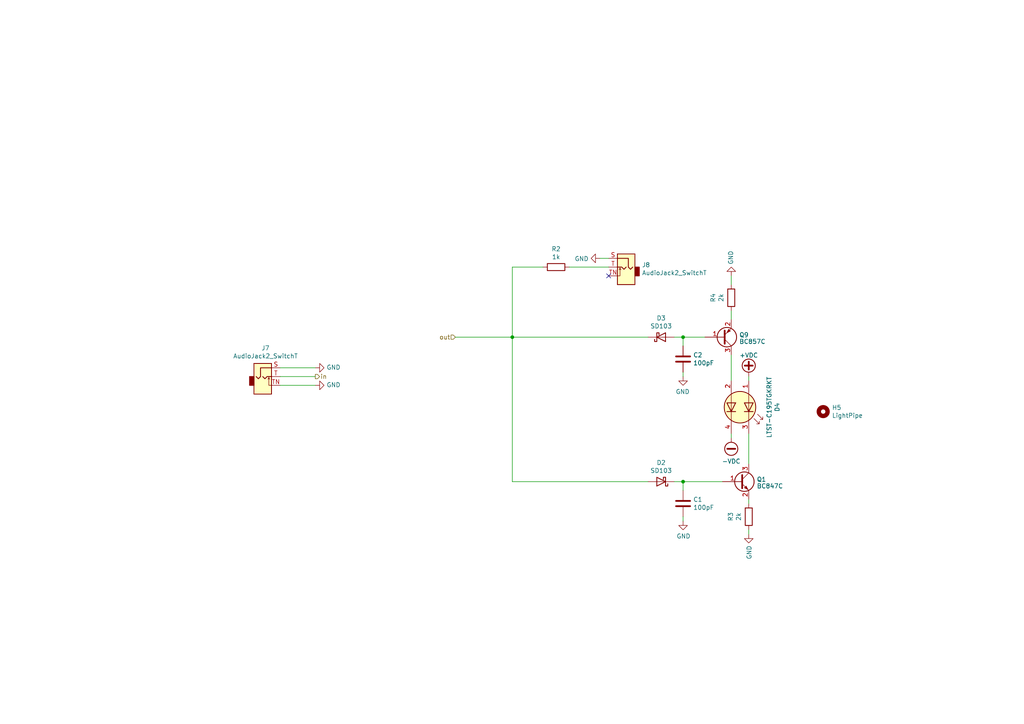
<source format=kicad_sch>
(kicad_sch (version 20230121) (generator eeschema)
  (paper "A4")
  (title_block (title "M2IDI_IO") (date "2023-04-19") (rev "1.1") (company "GuavTek"))
  (lib_symbols
    (symbol "Connector:AudioJack2_SwitchT"
      (property "Reference" "J" (at 0 8.89 0))
      (property "Value" "Connector_AudioJack2_SwitchT" (at 0 6.35 0))
      (symbol "AudioJack2_SwitchT_0_1"
        (rectangle (start -2.54 0) (end -3.81 -2.54) (stroke (width 0.254)) (fill (type outline)))
        (polyline (pts (xy 1.778 -0.254) (xy 2.032 -0.762)))
        (polyline (pts (xy 0 0) (xy 0.635 -0.635) (xy 1.27 0) (xy 2.54 0)) (stroke (width 0.254)))
        (polyline (pts (xy 2.54 -2.54) (xy 1.778 -2.54) (xy 1.778 -0.254) (xy 1.524 -0.762)))
        (polyline (pts (xy 2.54 2.54) (xy -0.635 2.54) (xy -0.635 0) (xy -1.27 -0.635) (xy -1.905 0)) (stroke (width 0.254)))
        (rectangle (start 2.54 3.81) (end -2.54 -5.08) (stroke (width 0.254)) (fill (type background)))
      )
      (symbol "AudioJack2_SwitchT_1_1"
        (pin passive line (at 5.08 2.54 180) (length 2.54) (name "~") (number "S"))
        (pin passive line (at 5.08 0 180) (length 2.54) (name "~") (number "T"))
        (pin passive line (at 5.08 -2.54 180) (length 2.54) (name "~") (number "TN"))
      )
    )
    (symbol "Connector_Audio:AudioJack2_SwitchT"
      (property "Reference" "J" (at 0 8.89 0))
      (property "Value" "AudioJack2_SwitchT" (at 0 6.35 0))
      (symbol "AudioJack2_SwitchT_0_1"
        (rectangle (start -2.54 0) (end -3.81 -2.54) (stroke (width 0.254)) (fill (type outline)))
        (polyline (pts (xy 1.778 -0.254) (xy 2.032 -0.762)))
        (polyline (pts (xy 0 0) (xy 0.635 -0.635) (xy 1.27 0) (xy 2.54 0)) (stroke (width 0.254)))
        (polyline (pts (xy 2.54 -2.54) (xy 1.778 -2.54) (xy 1.778 -0.254) (xy 1.524 -0.762)))
        (polyline (pts (xy 2.54 2.54) (xy -0.635 2.54) (xy -0.635 0) (xy -1.27 -0.635) (xy -1.905 0)) (stroke (width 0.254)))
        (rectangle (start 2.54 3.81) (end -2.54 -5.08) (stroke (width 0.254)) (fill (type background)))
      )
      (symbol "AudioJack2_SwitchT_1_1"
        (pin passive line (at 5.08 2.54 180) (length 2.54) (name "~") (number "S"))
        (pin passive line (at 5.08 0 180) (length 2.54) (name "~") (number "T"))
        (pin passive line (at 5.08 -2.54 180) (length 2.54) (name "~") (number "TN"))
      )
    )
    (symbol "Device:C" (pin_numbers hide) (pin_names (offset 0.254))
      (property "Reference" "C" (at 0.635 2.54 0))
      (property "Value" "C" (at 0.635 -2.54 0))
      (symbol "C_0_1"
        (polyline (pts (xy -2.032 -0.762) (xy 2.032 -0.762)) (stroke (width 0.508)))
        (polyline (pts (xy -2.032 0.762) (xy 2.032 0.762)) (stroke (width 0.508)))
      )
      (symbol "C_1_1"
        (pin passive line (at 0 3.81 270) (length 2.794) (name "~") (number "1"))
        (pin passive line (at 0 -3.81 90) (length 2.794) (name "~") (number "2"))
      )
    )
    (symbol "Device:D_Schottky" (pin_numbers hide) (pin_names (offset 1.016) hide)
      (property "Reference" "D" (at 0 2.54 0))
      (property "Value" "D_Schottky" (at 0 -2.54 0))
      (symbol "D_Schottky_0_1"
        (polyline (pts (xy 1.27 0) (xy -1.27 0)))
        (polyline (pts (xy 1.27 1.27) (xy 1.27 -1.27) (xy -1.27 0) (xy 1.27 1.27)) (stroke (width 0.254)))
        (polyline (pts (xy -1.905 0.635) (xy -1.905 1.27) (xy -1.27 1.27) (xy -1.27 -1.27) (xy -0.635 -1.27) (xy -0.635 -0.635)) (stroke (width 0.254)))
      )
      (symbol "D_Schottky_1_1"
        (pin passive line (at -3.81 0 0) (length 2.54) (name "K") (number "1"))
        (pin passive line (at 3.81 0 180) (length 2.54) (name "A") (number "2"))
      )
    )
    (symbol "Device:LED_Dual_AAKK" (pin_names (offset 0) hide)
      (property "Reference" "D" (at 0 5.715 0))
      (property "Value" "LED_Dual_AAKK" (at 0 -6.35 0))
      (symbol "LED_Dual_AAKK_0_1"
        (polyline (pts (xy -5.08 -2.54) (xy 2.032 -2.54)))
        (polyline (pts (xy -5.08 2.54) (xy 2.032 2.54)))
        (polyline (pts (xy 1.27 -1.27) (xy 1.27 -3.81)) (stroke (width 0.254)))
        (polyline (pts (xy 1.27 3.81) (xy 1.27 1.27)) (stroke (width 0.254)))
        (polyline (pts (xy 3.81 -2.54) (xy 1.905 -2.54)))
        (polyline (pts (xy 3.81 2.54) (xy 1.905 2.54)))
        (polyline (pts (xy -1.27 -1.27) (xy -1.27 -3.81) (xy 1.27 -2.54) (xy -1.27 -1.27)) (stroke (width 0.254)))
        (polyline (pts (xy -1.27 3.81) (xy -1.27 1.27) (xy 1.27 2.54) (xy -1.27 3.81)) (stroke (width 0.254)))
        (polyline (pts (xy 2.032 5.08) (xy 3.556 6.604) (xy 2.794 6.604) (xy 3.556 6.604) (xy 3.556 5.842)))
        (polyline (pts (xy 3.302 4.064) (xy 4.826 5.588) (xy 4.064 5.588) (xy 4.826 5.588) (xy 4.826 4.826)))
        (circle (center 0 0) (radius 4.572) (stroke (width 0.254)) (fill (type background)))
      )
      (symbol "LED_Dual_AAKK_1_1"
        (pin input line (at -7.62 2.54 0) (length 3.048) (name "A1") (number "1"))
        (pin input line (at -7.62 -2.54 0) (length 3.048) (name "A2") (number "2"))
        (pin input line (at 7.62 2.54 180) (length 3.81) (name "K1") (number "3"))
        (pin input line (at 7.62 -2.54 180) (length 3.81) (name "K2") (number "4"))
      )
    )
    (symbol "Device:R" (pin_numbers hide) (pin_names (offset 0))
      (property "Reference" "R" (at 2.032 0 90))
      (property "Value" "R" (at 0 0 90))
      (symbol "R_0_1"
        (rectangle (start -1.016 -2.54) (end 1.016 2.54) (stroke (width 0.254)))
      )
      (symbol "R_1_1"
        (pin passive line (at 0 3.81 270) (length 1.27) (name "~") (number "1"))
        (pin passive line (at 0 -3.81 90) (length 1.27) (name "~") (number "2"))
      )
    )
    (symbol "Mechanical:MountingHole" (pin_names (offset 1.016))
      (property "Reference" "H" (at 0 5.08 0))
      (property "Value" "MountingHole" (at 0 3.175 0))
      (symbol "MountingHole_0_1"
        (circle (center 0 0) (radius 1.27) (stroke (width 1.27)))
      )
    )
    (symbol "Transistor_BJT:BC847" (pin_names (offset 0) hide)
      (property "Reference" "Q" (at 5.08 1.905 0))
      (property "Value" "BC847" (at 5.08 0 0))
      (symbol "BC847_0_1"
        (polyline (pts (xy 0.635 0.635) (xy 2.54 2.54)))
        (polyline (pts (xy 0.635 -0.635) (xy 2.54 -2.54) (xy 2.54 -2.54)))
        (polyline (pts (xy 0.635 1.905) (xy 0.635 -1.905) (xy 0.635 -1.905)) (stroke (width 0.508)))
        (polyline (pts (xy 1.27 -1.778) (xy 1.778 -1.27) (xy 2.286 -2.286) (xy 1.27 -1.778) (xy 1.27 -1.778)) (fill (type outline)))
        (circle (center 1.27 0) (radius 2.8194) (stroke (width 0.254)))
      )
      (symbol "BC847_1_1"
        (pin input line (at -5.08 0 0) (length 5.715) (name "B") (number "1"))
        (pin passive line (at 2.54 -5.08 90) (length 2.54) (name "E") (number "2"))
        (pin passive line (at 2.54 5.08 270) (length 2.54) (name "C") (number "3"))
      )
    )
    (symbol "Transistor_BJT:BC857" (pin_names (offset 0) hide)
      (property "Reference" "Q" (at 5.08 1.905 0))
      (property "Value" "BC857" (at 5.08 0 0))
      (symbol "BC857_0_1"
        (polyline (pts (xy 0.635 0.635) (xy 2.54 2.54)))
        (polyline (pts (xy 0.635 -0.635) (xy 2.54 -2.54) (xy 2.54 -2.54)))
        (polyline (pts (xy 0.635 1.905) (xy 0.635 -1.905) (xy 0.635 -1.905)) (stroke (width 0.508)))
        (polyline (pts (xy 2.286 -1.778) (xy 1.778 -2.286) (xy 1.27 -1.27) (xy 2.286 -1.778) (xy 2.286 -1.778)) (fill (type outline)))
        (circle (center 1.27 0) (radius 2.8194) (stroke (width 0.254)))
      )
      (symbol "BC857_1_1"
        (pin input line (at -5.08 0 0) (length 5.715) (name "B") (number "1"))
        (pin passive line (at 2.54 -5.08 90) (length 2.54) (name "E") (number "2"))
        (pin passive line (at 2.54 5.08 270) (length 2.54) (name "C") (number "3"))
      )
    )
    (symbol "power:+VDC" (power) (pin_names (offset 0))
      (property "Value" "+VDC" (at 0 6.35 0))
      (symbol "+VDC_0_1"
        (polyline (pts (xy -1.143 3.175) (xy 1.143 3.175)) (stroke (width 0.508)))
        (polyline (pts (xy 0 0) (xy 0 1.27)))
        (polyline (pts (xy 0 2.032) (xy 0 4.318)) (stroke (width 0.508)))
        (circle (center 0 3.175) (radius 1.905) (stroke (width 0.254)))
      )
      (symbol "+VDC_1_1"
        (pin power_in line (at 0 0 90) (length 0) hide (name "+VDC") (number "1"))
      )
    )
    (symbol "power:-VDC" (power) (pin_names (offset 0))
      (property "Value" "-VDC" (at 0 6.35 0))
      (symbol "-VDC_0_1"
        (polyline (pts (xy -1.143 3.175) (xy 1.143 3.175)) (stroke (width 0.508)))
        (polyline (pts (xy 0 0) (xy 0 1.27)))
        (circle (center 0 3.175) (radius 1.905) (stroke (width 0.254)))
      )
      (symbol "-VDC_1_1"
        (pin power_in line (at 0 0 90) (length 0) hide (name "-VDC") (number "1"))
      )
    )
    (symbol "power:GND" (power) (pin_names (offset 0))
      (property "Value" "GND" (at 0 -3.81 0))
      (symbol "GND_0_1"
        (polyline (pts (xy 0 0) (xy 0 -1.27) (xy 1.27 -1.27) (xy 0 -2.54) (xy -1.27 -1.27) (xy 0 -1.27)))
      )
      (symbol "GND_1_1"
        (pin power_in line (at 0 0 270) (length 0) hide (name "GND") (number "1"))
      )
    )
  )
  (junction (at 198.12 97.79))
  (junction (at 198.12 139.7))
  (junction (at 148.59 97.79))
  (no_connect (at 176.53 80.01))
  (wire (pts (xy 217.17 144.78) (xy 217.17 146.05)))
  (wire (pts (xy 198.12 139.7) (xy 195.58 139.7)))
  (wire (pts (xy 198.12 100.33) (xy 198.12 97.79)))
  (wire (pts (xy 212.09 90.17) (xy 212.09 92.71)))
  (wire (pts (xy 212.09 102.87) (xy 212.09 110.49)))
  (wire (pts (xy 165.1 77.47) (xy 176.53 77.47)))
  (wire (pts (xy 198.12 149.86) (xy 198.12 151.13)))
  (wire (pts (xy 198.12 97.79) (xy 204.47 97.79)))
  (wire (pts (xy 148.59 97.79) (xy 187.96 97.79)))
  (wire (pts (xy 157.48 77.47) (xy 148.59 77.47)))
  (wire (pts (xy 173.99 74.93) (xy 176.53 74.93)))
  (wire (pts (xy 148.59 97.79) (xy 132.08 97.79)))
  (wire (pts (xy 198.12 139.7) (xy 209.55 139.7)))
  (wire (pts (xy 91.44 106.68) (xy 81.28 106.68)))
  (wire (pts (xy 198.12 97.79) (xy 195.58 97.79)))
  (wire (pts (xy 81.28 109.22) (xy 91.44 109.22)))
  (wire (pts (xy 217.17 125.73) (xy 217.17 134.62)))
  (wire (pts (xy 217.17 154.94) (xy 217.17 153.67)))
  (wire (pts (xy 217.17 109.22) (xy 217.17 110.49)))
  (wire (pts (xy 148.59 139.7) (xy 187.96 139.7)))
  (wire (pts (xy 148.59 139.7) (xy 148.59 97.79)))
  (wire (pts (xy 212.09 82.55) (xy 212.09 80.01)))
  (wire (pts (xy 212.09 125.73) (xy 212.09 127)))
  (wire (pts (xy 148.59 77.47) (xy 148.59 97.79)))
  (wire (pts (xy 91.44 111.76) (xy 81.28 111.76)))
  (wire (pts (xy 198.12 142.24) (xy 198.12 139.7)))
  (wire (pts (xy 198.12 109.22) (xy 198.12 107.95)))
  (hierarchical_label "out" (shape input) (at 132.08 97.79 180))
  (hierarchical_label "in" (shape output) (at 91.44 109.22 0))
  (symbol (lib_id "Device:LED_Dual_AAKK") (at 214.63 118.11 270) (unit 1)
    (property "Reference" "D4" (at 225.425 118.11 0))
    (property "Value" "LTST-C195TGKRKT" (at 223.1136 118.11 0))
    (property "Footprint" "Custom_FP:LED_LiteOn_LTST-C195TGKRKT" (effects hide))
    (instances (project "MIDI_Tangle_IO" (path "" (reference "D4") (unit 1)) (path "" (reference "D10") (unit 1)) (path "" (reference "D16") (unit 1)) (path "" (reference "D22") (unit 1)) (path "" (reference "D?") (unit 1)) (path "" (reference "D13") (unit 1)) (path "" (reference "D25") (unit 1)) (path "" (reference "D19") (unit 1)) (path "" (reference "D7") (unit 1))))
  )
  (symbol (lib_id "Device:R") (at 217.17 149.86 0) (unit 1)
    (property "Reference" "R3" (at 211.9122 149.86 90))
    (property "Value" "2k" (at 214.2236 149.86 90))
    (property "Footprint" "Resistor_SMD:R_0603_1608Metric" (effects hide))
    (instances (project "MIDI_Tangle_IO" (path "" (reference "R3") (unit 1)) (path "" (reference "R9") (unit 1)) (path "" (reference "R15") (unit 1)) (path "" (reference "R21") (unit 1)) (path "" (reference "R?") (unit 1)) (path "" (reference "R12") (unit 1)) (path "" (reference "R24") (unit 1)) (path "" (reference "R18") (unit 1)) (path "" (reference "R6") (unit 1))))
  )
  (symbol (lib_id "Device:R") (at 212.09 86.36 0) (mirror x) (unit 1)
    (property "Reference" "R4" (at 206.8322 86.36 90))
    (property "Value" "2k" (at 209.1436 86.36 90))
    (property "Footprint" "Resistor_SMD:R_0603_1608Metric" (effects hide))
    (instances (project "MIDI_Tangle_IO" (path "" (reference "R4") (unit 1)) (path "" (reference "R10") (unit 1)) (path "" (reference "R16") (unit 1)) (path "" (reference "R22") (unit 1)) (path "" (reference "R?") (unit 1)) (path "" (reference "R13") (unit 1)) (path "" (reference "R25") (unit 1)) (path "" (reference "R19") (unit 1)) (path "" (reference "R7") (unit 1))))
  )
  (symbol (lib_id "Device:C") (at 198.12 104.14 0) (mirror y) (unit 1)
    (property "Reference" "C2" (at 201.041 102.9716 0) (effects (justify right)))
    (property "Value" "100pF" (at 201.041 105.283 0) (effects (justify right)))
    (property "Footprint" "Capacitor_SMD:C_0603_1608Metric" (effects hide))
    (instances (project "MIDI_Tangle_IO" (path "" (reference "C2") (unit 1)) (path "" (reference "C6") (unit 1)) (path "" (reference "C10") (unit 1)) (path "" (reference "C14") (unit 1)) (path "" (reference "C?") (unit 1)) (path "" (reference "C8") (unit 1)) (path "" (reference "C16") (unit 1)) (path "" (reference "C12") (unit 1)) (path "" (reference "C4") (unit 1))))
  )
  (symbol (lib_id "Device:C") (at 198.12 146.05 0) (unit 1)
    (property "Reference" "C1" (at 201.041 144.8816 0) (effects (justify left)))
    (property "Value" "100pF" (at 201.041 147.193 0) (effects (justify left)))
    (property "Footprint" "Capacitor_SMD:C_0603_1608Metric" (effects hide))
    (instances (project "MIDI_Tangle_IO" (path "" (reference "C1") (unit 1)) (path "" (reference "C5") (unit 1)) (path "" (reference "C9") (unit 1)) (path "" (reference "C13") (unit 1)) (path "" (reference "C?") (unit 1)) (path "" (reference "C7") (unit 1)) (path "" (reference "C15") (unit 1)) (path "" (reference "C11") (unit 1)) (path "" (reference "C3") (unit 1))))
  )
  (symbol (lib_id "Device:D_Schottky") (at 191.77 139.7 180) (unit 1)
    (property "Reference" "D2" (at 191.77 134.1882 0))
    (property "Value" "SD103" (at 191.77 136.4996 0))
    (property "Footprint" "Diode_SMD:D_SOD-323_HandSoldering" (effects hide))
    (instances (project "MIDI_Tangle_IO" (path "" (reference "D2") (unit 1)) (path "" (reference "D8") (unit 1)) (path "" (reference "D14") (unit 1)) (path "" (reference "D20") (unit 1)) (path "" (reference "D?") (unit 1)) (path "" (reference "D11") (unit 1)) (path "" (reference "D23") (unit 1)) (path "" (reference "D17") (unit 1)) (path "" (reference "D5") (unit 1))))
  )
  (symbol (lib_id "Device:D_Schottky") (at 191.77 97.79 0) (mirror x) (unit 1)
    (property "Reference" "D3" (at 191.77 92.2782 0))
    (property "Value" "SD103" (at 191.77 94.5896 0))
    (property "Footprint" "Diode_SMD:D_SOD-323_HandSoldering" (effects hide))
    (instances (project "MIDI_Tangle_IO" (path "" (reference "D3") (unit 1)) (path "" (reference "D9") (unit 1)) (path "" (reference "D15") (unit 1)) (path "" (reference "D21") (unit 1)) (path "" (reference "D?") (unit 1)) (path "" (reference "D12") (unit 1)) (path "" (reference "D24") (unit 1)) (path "" (reference "D18") (unit 1)) (path "" (reference "D6") (unit 1))))
  )
  (symbol (lib_id "power:GND") (at 198.12 109.22 0) (mirror y) (unit 1)
    (property "Reference" "#PWR04" (effects hide))
    (property "Value" "GND" (at 197.993 113.6142 0))
    (instances (project "MIDI_Tangle_IO" (path "" (reference "#PWR04") (unit 1)) (path "" (reference "#PWR018") (unit 1)) (path "" (reference "#PWR032") (unit 1)) (path "" (reference "#PWR046") (unit 1)) (path "" (reference "#PWR?") (unit 1)) (path "" (reference "#PWR025") (unit 1)) (path "" (reference "#PWR053") (unit 1)) (path "" (reference "#PWR039") (unit 1)) (path "" (reference "#PWR011") (unit 1))))
  )
  (symbol (lib_id "power:GND") (at 198.12 151.13 0) (unit 1)
    (property "Reference" "#PWR03" (effects hide))
    (property "Value" "GND" (at 198.247 155.5242 0))
    (instances (project "MIDI_Tangle_IO" (path "" (reference "#PWR03") (unit 1)) (path "" (reference "#PWR017") (unit 1)) (path "" (reference "#PWR031") (unit 1)) (path "" (reference "#PWR045") (unit 1)) (path "" (reference "#PWR?") (unit 1)) (path "" (reference "#PWR024") (unit 1)) (path "" (reference "#PWR052") (unit 1)) (path "" (reference "#PWR038") (unit 1)) (path "" (reference "#PWR010") (unit 1))))
  )
  (symbol (lib_id "power:GND") (at 212.09 80.01 180) (unit 1)
    (property "Reference" "#PWR06" (effects hide))
    (property "Value" "GND" (at 211.963 76.7588 90) (effects (justify right)))
    (instances (project "MIDI_Tangle_IO" (path "" (reference "#PWR06") (unit 1)) (path "" (reference "#PWR020") (unit 1)) (path "" (reference "#PWR034") (unit 1)) (path "" (reference "#PWR048") (unit 1)) (path "" (reference "#PWR?") (unit 1)) (path "" (reference "#PWR027") (unit 1)) (path "" (reference "#PWR055") (unit 1)) (path "" (reference "#PWR041") (unit 1)) (path "" (reference "#PWR013") (unit 1))))
  )
  (symbol (lib_id "power:GND") (at 217.17 154.94 0) (unit 1)
    (property "Reference" "#PWR07" (effects hide))
    (property "Value" "GND" (at 217.297 158.1912 90) (effects (justify right)))
    (instances (project "MIDI_Tangle_IO" (path "" (reference "#PWR07") (unit 1)) (path "" (reference "#PWR021") (unit 1)) (path "" (reference "#PWR035") (unit 1)) (path "" (reference "#PWR049") (unit 1)) (path "" (reference "#PWR?") (unit 1)) (path "" (reference "#PWR028") (unit 1)) (path "" (reference "#PWR056") (unit 1)) (path "" (reference "#PWR042") (unit 1)) (path "" (reference "#PWR014") (unit 1))))
  )
  (symbol (lib_id "Connector:AudioJack2_SwitchT") (at 76.2 109.22 0) (unit 1)
    (property "Reference" "J7" (at 77.0128 100.965 0))
    (property "Value" "AudioJack2_SwitchT" (at 77.0128 103.2764 0))
    (property "Footprint" "Custom_FP:PJ398SM" (effects hide))
    (instances (project "MIDI_Tangle_IO" (path "" (reference "J7") (unit 1)) (path "" (reference "J11") (unit 1)) (path "" (reference "J15") (unit 1)) (path "" (reference "J19") (unit 1)) (path "" (reference "J9") (unit 1)) (path "" (reference "J17") (unit 1)) (path "" (reference "J13") (unit 1)) (path "" (reference "J5") (unit 1)) (path "" (reference "J19") (unit 1))))
  )
  (symbol (lib_id "power:GND") (at 91.44 106.68 90) (unit 1)
    (property "Reference" "#PWR08" (effects hide))
    (property "Value" "GND" (at 94.6912 106.553 90) (effects (justify right)))
    (instances (project "MIDI_Tangle_IO" (path "" (reference "#PWR08") (unit 1)) (path "" (reference "#PWR022") (unit 1)) (path "" (reference "#PWR036") (unit 1)) (path "" (reference "#PWR050") (unit 1)) (path "" (reference "#PWR015") (unit 1)) (path "" (reference "#PWR043") (unit 1)) (path "" (reference "#PWR029") (unit 1)) (path "" (reference "#PWR01") (unit 1))))
  )
  (symbol (lib_id "power:GND") (at 91.44 111.76 90) (unit 1)
    (property "Reference" "#PWR09" (effects hide))
    (property "Value" "GND" (at 94.6912 111.633 90) (effects (justify right)))
    (instances (project "MIDI_Tangle_IO" (path "" (reference "#PWR09") (unit 1)) (path "" (reference "#PWR023") (unit 1)) (path "" (reference "#PWR037") (unit 1)) (path "" (reference "#PWR051") (unit 1)) (path "" (reference "#PWR016") (unit 1)) (path "" (reference "#PWR044") (unit 1)) (path "" (reference "#PWR030") (unit 1)) (path "" (reference "#PWR02") (unit 1))))
  )
  (symbol (lib_id "Connector_Audio:AudioJack2_SwitchT") (at 181.61 77.47 0) (mirror y) (unit 1)
    (property "Reference" "J8" (at 186.182 76.835 0) (effects (justify right)))
    (property "Value" "AudioJack2_SwitchT" (at 186.182 79.1464 0) (effects (justify right)))
    (property "Footprint" "Custom_FP:PJ398SM" (effects hide))
    (instances (project "MIDI_Tangle_IO" (path "" (reference "J8") (unit 1)) (path "" (reference "J12") (unit 1)) (path "" (reference "J16") (unit 1)) (path "" (reference "J20") (unit 1)) (path "" (reference "J10") (unit 1)) (path "" (reference "J18") (unit 1)) (path "" (reference "J14") (unit 1)) (path "" (reference "J6") (unit 1)) (path "" (reference "J20") (unit 1))))
  )
  (symbol (lib_id "Device:R") (at 161.29 77.47 90) (mirror x) (unit 1)
    (property "Reference" "R2" (at 161.29 72.2122 90))
    (property "Value" "1k" (at 161.29 74.5236 90))
    (property "Footprint" "Resistor_SMD:R_0603_1608Metric" (effects hide))
    (instances (project "MIDI_Tangle_IO" (path "" (reference "R2") (unit 1)) (path "" (reference "R8") (unit 1)) (path "" (reference "R14") (unit 1)) (path "" (reference "R20") (unit 1)) (path "" (reference "R?") (unit 1)) (path "" (reference "R11") (unit 1)) (path "" (reference "R23") (unit 1)) (path "" (reference "R17") (unit 1)) (path "" (reference "R5") (unit 1))))
  )
  (symbol (lib_id "power:GND") (at 173.99 74.93 270) (unit 1)
    (property "Reference" "#PWR012" (effects hide))
    (property "Value" "GND" (at 170.7388 75.057 90) (effects (justify right)))
    (instances (project "MIDI_Tangle_IO" (path "" (reference "#PWR012") (unit 1)) (path "" (reference "#PWR026") (unit 1)) (path "" (reference "#PWR040") (unit 1)) (path "" (reference "#PWR054") (unit 1)) (path "" (reference "#PWR019") (unit 1)) (path "" (reference "#PWR047") (unit 1)) (path "" (reference "#PWR033") (unit 1)) (path "" (reference "#PWR05") (unit 1))))
  )
  (symbol (lib_id "Mechanical:MountingHole") (at 238.76 119.38 0) (unit 1)
    (property "Reference" "H5" (at 241.3 118.2116 0) (effects (justify left)))
    (property "Value" "LightPipe" (at 241.3 120.523 0) (effects (justify left)))
    (property "Footprint" "Custom_FP:VLP-LightPipes" (effects hide))
    (instances (project "MIDI_Tangle_IO" (path "" (reference "H5") (unit 1)) (path "" (reference "H3") (unit 1)) (path "" (reference "H6") (unit 1)) (path "" (reference "H8") (unit 1)) (path "" (reference "H2") (unit 1)) (path "" (reference "H7") (unit 1)) (path "" (reference "H4") (unit 1)) (path "" (reference "H1") (unit 1))))
  )
  (symbol (lib_id "Transistor_BJT:BC847") (at 214.63 139.7 0) (unit 1)
    (property "Reference" "Q1" (at 219.4814 139.0563 0) (effects (justify left)))
    (property "Value" "BC847C" (at 219.4814 140.9773 0) (effects (justify left)))
    (property "Footprint" "Package_TO_SOT_SMD:SOT-23" (effects hide))
    (property "Datasheet" "http://www.infineon.com/dgdl/Infineon-BC847SERIES_BC848SERIES_BC849SERIES_BC850SERIES-DS-v01_01-en.pdf?fileId=db3a304314dca389011541d4630a1657" (effects hide))
    (instances (project "MIDI_Tangle_IO" (path "" (reference "Q1") (unit 1)) (path "" (reference "Q2") (unit 1)) (path "" (reference "Q3") (unit 1)) (path "" (reference "Q4") (unit 1)) (path "" (reference "Q5") (unit 1)) (path "" (reference "Q6") (unit 1)) (path "" (reference "Q7") (unit 1)) (path "" (reference "Q8") (unit 1))))
  )
  (symbol (lib_id "power:+VDC") (at 217.17 109.22 0) (unit 1)
    (property "Reference" "#PWR065" (effects hide))
    (property "Value" "+VDC" (at 217.17 103.0511 0))
    (instances (project "MIDI_Tangle_IO" (path "" (reference "#PWR065") (unit 1)) (path "" (reference "#PWR066") (unit 1)) (path "" (reference "#PWR067") (unit 1)) (path "" (reference "#PWR068") (unit 1)) (path "" (reference "#PWR069") (unit 1)) (path "" (reference "#PWR070") (unit 1)) (path "" (reference "#PWR071") (unit 1)) (path "" (reference "#PWR072") (unit 1))))
  )
  (symbol (lib_id "power:-VDC") (at 212.09 127 180) (unit 1)
    (property "Reference" "#PWR057" (effects hide))
    (property "Value" "-VDC" (at 212.09 133.8025 0))
    (instances (project "MIDI_Tangle_IO" (path "" (reference "#PWR057") (unit 1)) (path "" (reference "#PWR058") (unit 1)) (path "" (reference "#PWR059") (unit 1)) (path "" (reference "#PWR060") (unit 1)) (path "" (reference "#PWR061") (unit 1)) (path "" (reference "#PWR062") (unit 1)) (path "" (reference "#PWR063") (unit 1)) (path "" (reference "#PWR064") (unit 1))))
  )
  (symbol (lib_id "Transistor_BJT:BC857") (at 209.55 97.79 0) (mirror x) (unit 1)
    (property "Reference" "Q9" (at 214.4014 97.1463 0) (effects (justify left)))
    (property "Value" "BC857C" (at 214.4014 99.0673 0) (effects (justify left)))
    (property "Footprint" "Package_TO_SOT_SMD:SOT-23" (effects hide))
    (property "Datasheet" "https://www.onsemi.com/pub/Collateral/BC860-D.pdf" (effects hide))
    (instances (project "MIDI_Tangle_IO" (path "" (reference "Q9") (unit 1)) (path "" (reference "Q10") (unit 1)) (path "" (reference "Q11") (unit 1)) (path "" (reference "Q12") (unit 1)) (path "" (reference "Q13") (unit 1)) (path "" (reference "Q14") (unit 1)) (path "" (reference "Q15") (unit 1)) (path "" (reference "Q16") (unit 1))))
  )
)
</source>
